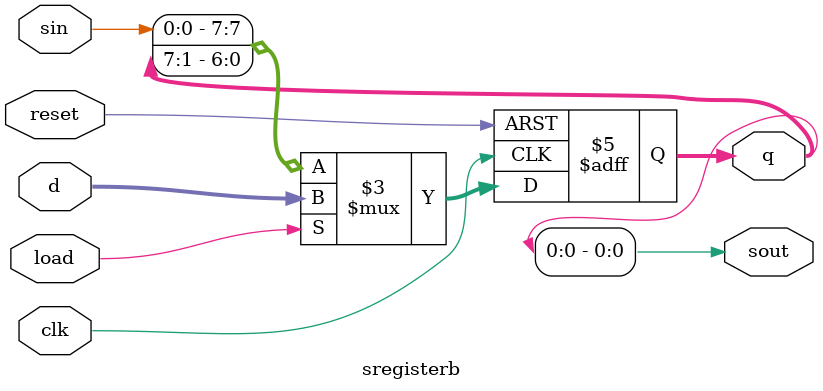
<source format=v>
`timescale 1ns / 1ps


module sregisterb(
    clk,reset,load,sin,d,q,sout
    );
    parameter N = 8;
    input clk,reset,load,sin;
    input [N-1:0] d;
    output reg [N-1:0] q;
    output sout;
    
    assign sout = q[0];
    always @(posedge clk, posedge reset) begin
        if (reset) begin
            q <= 0;
        end 
        else begin
            if (load) q <= d;
            else q <= {sin,q[N-1:1]};
        end
    end
endmodule

</source>
